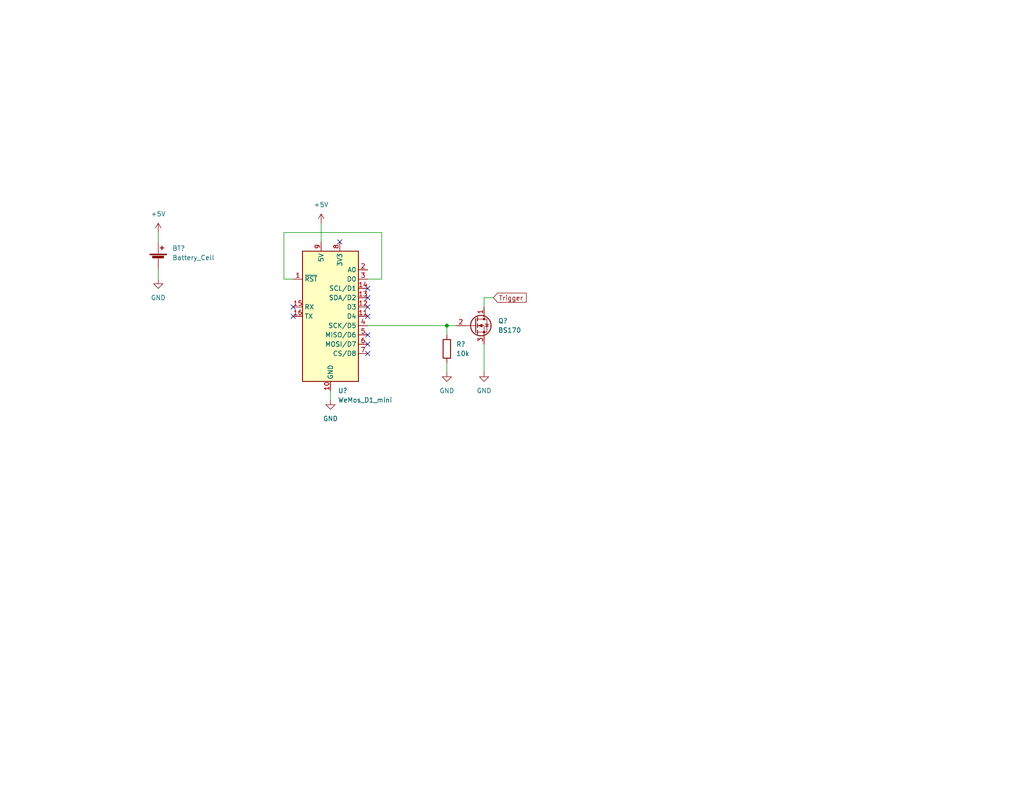
<source format=kicad_sch>
(kicad_sch (version 20211123) (generator eeschema)
  (paper "USLetter")
  (title_block (title "Zoom Laser Cat Toy"))
  (lib_symbols
    (symbol "Device:Battery_Cell" (pin_numbers hide) (pin_names (offset 0) hide)
      (property "Reference" "BT" (at 2.54 2.54 0))
      (property "Value" "Battery_Cell" (at 2.54 0 0))
      (symbol "Battery_Cell_0_1"
        (rectangle (start -2.286 1.778) (end 2.286 1.524) (fill (type outline)))
        (rectangle (start -1.5748 1.1938) (end 1.4732 0.6858) (fill (type outline)))
        (polyline (pts (xy 0 0.762) (xy 0 0)))
        (polyline (pts (xy 0 1.778) (xy 0 2.54)))
        (polyline (pts (xy 0.508 3.429) (xy 1.524 3.429)) (stroke (width 0.254)))
        (polyline (pts (xy 1.016 3.937) (xy 1.016 2.921)) (stroke (width 0.254)))
      )
      (symbol "Battery_Cell_1_1"
        (pin passive line (at 0 5.08 270) (length 2.54) (name "+") (number "1"))
        (pin passive line (at 0 -2.54 90) (length 2.54) (name "-") (number "2"))
      )
    )
    (symbol "Device:R" (pin_numbers hide) (pin_names (offset 0))
      (property "Reference" "R" (at 2.032 0 90))
      (property "Value" "R" (at 0 0 90))
      (symbol "R_0_1"
        (rectangle (start -1.016 -2.54) (end 1.016 2.54) (stroke (width 0.254)))
      )
      (symbol "R_1_1"
        (pin passive line (at 0 3.81 270) (length 1.27) (name "~") (number "1"))
        (pin passive line (at 0 -3.81 90) (length 1.27) (name "~") (number "2"))
      )
    )
    (symbol "MCU_Module:WeMos_D1_mini"
      (property "Reference" "U" (at 3.81 19.05 0))
      (property "Value" "WeMos_D1_mini" (at 1.27 -19.05 0))
      (symbol "WeMos_D1_mini_1_1"
        (rectangle (start -7.62 17.78) (end 7.62 -17.78) (stroke (width 0.254)) (fill (type background)))
        (pin input line (at -10.16 10.16 0) (length 2.54) (name "~{RST}") (number "1"))
        (pin power_in line (at 0 -20.32 90) (length 2.54) (name "GND") (number "10"))
        (pin bidirectional line (at 10.16 0 180) (length 2.54) (name "D4") (number "11"))
        (pin bidirectional line (at 10.16 2.54 180) (length 2.54) (name "D3") (number "12"))
        (pin bidirectional line (at 10.16 5.08 180) (length 2.54) (name "SDA/D2") (number "13"))
        (pin bidirectional line (at 10.16 7.62 180) (length 2.54) (name "SCL/D1") (number "14"))
        (pin input line (at -10.16 2.54 0) (length 2.54) (name "RX") (number "15"))
        (pin output line (at -10.16 0 0) (length 2.54) (name "TX") (number "16"))
        (pin input line (at 10.16 12.7 180) (length 2.54) (name "A0") (number "2"))
        (pin bidirectional line (at 10.16 10.16 180) (length 2.54) (name "D0") (number "3"))
        (pin bidirectional line (at 10.16 -2.54 180) (length 2.54) (name "SCK/D5") (number "4"))
        (pin bidirectional line (at 10.16 -5.08 180) (length 2.54) (name "MISO/D6") (number "5"))
        (pin bidirectional line (at 10.16 -7.62 180) (length 2.54) (name "MOSI/D7") (number "6"))
        (pin bidirectional line (at 10.16 -10.16 180) (length 2.54) (name "CS/D8") (number "7"))
        (pin power_out line (at 2.54 20.32 270) (length 2.54) (name "3V3") (number "8"))
        (pin power_in line (at -2.54 20.32 270) (length 2.54) (name "5V") (number "9"))
      )
    )
    (symbol "Transistor_FET:BS170" (pin_names hide)
      (property "Reference" "Q" (at 5.08 1.905 0))
      (property "Value" "BS170" (at 5.08 0 0))
      (symbol "BS170_0_1"
        (polyline (pts (xy 0.254 0) (xy -2.54 0)))
        (polyline (pts (xy 0.254 1.905) (xy 0.254 -1.905)) (stroke (width 0.254)))
        (polyline (pts (xy 0.762 -1.27) (xy 0.762 -2.286)) (stroke (width 0.254)))
        (polyline (pts (xy 0.762 0.508) (xy 0.762 -0.508)) (stroke (width 0.254)))
        (polyline (pts (xy 0.762 2.286) (xy 0.762 1.27)) (stroke (width 0.254)))
        (polyline (pts (xy 2.54 2.54) (xy 2.54 1.778)))
        (polyline (pts (xy 2.54 -2.54) (xy 2.54 0) (xy 0.762 0)))
        (polyline (pts (xy 0.762 -1.778) (xy 3.302 -1.778) (xy 3.302 1.778) (xy 0.762 1.778)))
        (polyline (pts (xy 1.016 0) (xy 2.032 0.381) (xy 2.032 -0.381) (xy 1.016 0)) (fill (type outline)))
        (polyline (pts (xy 2.794 0.508) (xy 2.921 0.381) (xy 3.683 0.381) (xy 3.81 0.254)))
        (polyline (pts (xy 3.302 0.381) (xy 2.921 -0.254) (xy 3.683 -0.254) (xy 3.302 0.381)))
        (circle (center 1.651 0) (radius 2.794) (stroke (width 0.254)))
        (circle (center 2.54 -1.778) (radius 0.254) (fill (type outline)))
        (circle (center 2.54 1.778) (radius 0.254) (fill (type outline)))
      )
      (symbol "BS170_1_1"
        (pin passive line (at 2.54 5.08 270) (length 2.54) (name "D") (number "1"))
        (pin input line (at -5.08 0 0) (length 2.54) (name "G") (number "2"))
        (pin passive line (at 2.54 -5.08 90) (length 2.54) (name "S") (number "3"))
      )
    )
    (symbol "power:+5V" (power) (pin_names (offset 0))
      (property "Value" "+5V" (at 0 3.556 0))
      (symbol "+5V_0_1"
        (polyline (pts (xy -0.762 1.27) (xy 0 2.54)))
        (polyline (pts (xy 0 0) (xy 0 2.54)))
        (polyline (pts (xy 0 2.54) (xy 0.762 1.27)))
      )
      (symbol "+5V_1_1"
        (pin power_in line (at 0 0 90) (length 0) hide (name "+5V") (number "1"))
      )
    )
    (symbol "power:GND" (power) (pin_names (offset 0))
      (property "Value" "GND" (at 0 -3.81 0))
      (symbol "GND_0_1"
        (polyline (pts (xy 0 0) (xy 0 -1.27) (xy 1.27 -1.27) (xy 0 -2.54) (xy -1.27 -1.27) (xy 0 -1.27)))
      )
      (symbol "GND_1_1"
        (pin power_in line (at 0 0 270) (length 0) hide (name "GND") (number "1"))
      )
    )
  )
  (junction (at 121.92 88.9))
  (no_connect (at 100.33 86.36))
  (no_connect (at 100.33 83.82))
  (no_connect (at 100.33 81.28))
  (no_connect (at 100.33 78.74))
  (no_connect (at 100.33 91.44))
  (no_connect (at 100.33 93.98))
  (no_connect (at 100.33 96.52))
  (no_connect (at 92.71 66.04))
  (no_connect (at 80.01 83.82))
  (no_connect (at 80.01 86.36))
  (wire (pts (xy 104.14 63.5) (xy 77.47 63.5)))
  (wire (pts (xy 132.08 93.98) (xy 132.08 101.6)))
  (wire (pts (xy 100.33 76.2) (xy 104.14 76.2)))
  (wire (pts (xy 100.33 88.9) (xy 121.92 88.9)))
  (wire (pts (xy 132.08 83.82) (xy 132.08 81.28)))
  (wire (pts (xy 90.17 106.68) (xy 90.17 109.22)))
  (wire (pts (xy 121.92 99.06) (xy 121.92 101.6)))
  (wire (pts (xy 77.47 76.2) (xy 80.01 76.2)))
  (wire (pts (xy 77.47 63.5) (xy 77.47 76.2)))
  (wire (pts (xy 43.18 63.5) (xy 43.18 66.04)))
  (wire (pts (xy 43.18 73.66) (xy 43.18 76.2)))
  (wire (pts (xy 104.14 76.2) (xy 104.14 63.5)))
  (wire (pts (xy 121.92 88.9) (xy 124.46 88.9)))
  (wire (pts (xy 121.92 91.44) (xy 121.92 88.9)))
  (wire (pts (xy 87.63 60.96) (xy 87.63 66.04)))
  (wire (pts (xy 132.08 81.28) (xy 134.62 81.28)))
  (global_label "Trigger" (shape input) (at 134.62 81.28 0) (property "Intersheet References" "${INTERSHEET_REFS}" (effects hide)))
  (symbol (lib_id "power:GND") (at 90.17 109.22 0) (unit 1)
    (property "Reference" "#PWR?" (effects hide))
    (property "Value" "GND" (at 90.17 114.3 0))
  )
  (symbol (lib_id "power:GND") (at 121.92 101.6 0) (unit 1)
    (property "Reference" "#PWR?" (effects hide))
    (property "Value" "GND" (at 121.92 106.68 0))
  )
  (symbol (lib_id "Device:R") (at 121.92 95.25 0) (unit 1)
    (property "Reference" "R?" (at 124.46 93.9799 0) (effects (justify left)))
    (property "Value" "10k" (at 124.46 96.5199 0) (effects (justify left)))
  )
  (symbol (lib_id "Device:Battery_Cell") (at 43.18 71.12 0) (unit 1)
    (property "Reference" "BT?" (at 46.99 67.8179 0) (effects (justify left)))
    (property "Value" "Battery_Cell" (at 46.99 70.3579 0) (effects (justify left)))
  )
  (symbol (lib_id "MCU_Module:WeMos_D1_mini") (at 90.17 86.36 0) (unit 1)
    (property "Reference" "U?" (at 92.1894 106.68 0) (effects (justify left)))
    (property "Value" "WeMos_D1_mini" (at 92.1894 109.22 0) (effects (justify left)))
    (property "Footprint" "Module:WEMOS_D1_mini_light" (effects hide))
    (property "Datasheet" "https://wiki.wemos.cc/products:d1:d1_mini#documentation" (effects hide))
  )
  (symbol (lib_id "power:+5V") (at 87.63 60.96 0) (unit 1)
    (property "Reference" "#PWR?" (effects hide))
    (property "Value" "+5V" (at 87.63 55.88 0))
  )
  (symbol (lib_id "power:GND") (at 43.18 76.2 0) (unit 1)
    (property "Reference" "#PWR?" (effects hide))
    (property "Value" "GND" (at 43.18 81.28 0))
  )
  (symbol (lib_id "power:GND") (at 132.08 101.6 0) (unit 1)
    (property "Reference" "#PWR?" (effects hide))
    (property "Value" "GND" (at 132.08 106.68 0))
  )
  (symbol (lib_id "power:+5V") (at 43.18 63.5 0) (unit 1)
    (property "Reference" "#PWR?" (effects hide))
    (property "Value" "+5V" (at 43.18 58.42 0))
  )
  (symbol (lib_id "Transistor_FET:BS170") (at 129.54 88.9 0) (unit 1)
    (property "Reference" "Q?" (at 135.89 87.6299 0) (effects (justify left)))
    (property "Value" "BS170" (at 135.89 90.1699 0) (effects (justify left)))
    (property "Footprint" "Package_TO_SOT_THT:TO-92_Inline" (effects hide))
    (property "Datasheet" "https://www.onsemi.com/pub/Collateral/BS170-D.PDF" (effects hide))
  )
)
</source>
